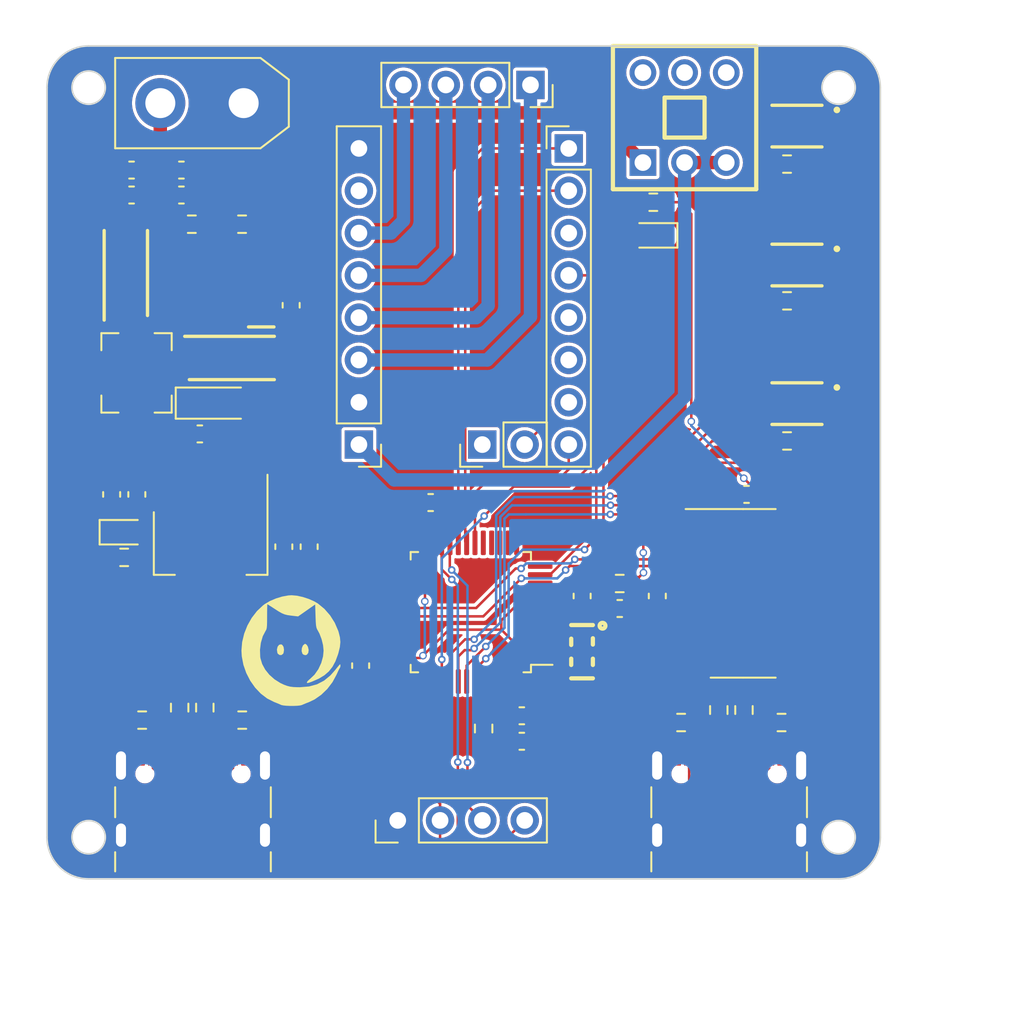
<source format=kicad_pcb>
(kicad_pcb (version 20221018) (generator pcbnew)
  (layers (0 "F.Cu" signal) (31 "B.Cu" signal) (34 "B.Paste" user) (35 "F.Paste" user) (36 "B.SilkS" user "B.Silkscreen") (37 "F.SilkS" user "F.Silkscreen") (38 "B.Mask" user) (39 "F.Mask" user) (44 "Edge.Cuts" user))
  (net 0 "")
  (net 1 "+3.3V")
  (net 2 "GND")
  (net 3 "Net-(U1-NRST)")
  (net 4 "Net-(IC1-BOOT)")
  (net 5 "VCC")
  (net 6 "+5V")
  (net 7 "/LED")
  (net 8 "Net-(D4-A)")
  (net 11 "Net-(IC1-VSENSE)")
  (net 13 "/OA2")
  (net 14 "/OA1")
  (net 15 "/OB1")
  (net 16 "/OB2")
  (net 17 "/Driver_DIR")
  (net 18 "/Driver_STP")
  (net 19 "/USART2_TX")
  (net 21 "/Driver_EN")
  (net 22 "/Driver_Diag")
  (net 23 "/OLED_SCL")
  (net 24 "/OLED_SDA")
  (net 25 "Net-(U1-PD1)")
  (net 26 "Net-(U1-PD0)")
  (net 27 "Net-(U1-BOOT0)")
  (net 28 "/KEY_1")
  (net 29 "/KEY_2")
  (net 30 "/KEY_3")
  (net 35 "/USART2_RX")
  (net 46 "/USART1_TX")
  (net 47 "/USART1_RX")
  (net 48 "/USB1_DN")
  (net 49 "/USB1_DP")
  (net 55 "Net-(U2-V3)")
  (net 56 "Net-(D2-K)")
  (net 57 "Net-(D1-A)")
  (net 63 "Net-(J5-CC1)")
  (net 64 "Net-(J5-D+-PadA6)")
  (net 65 "Net-(J5-D--PadA7)")
  (net 67 "Net-(J5-CC2)")
  (net 69 "Net-(J6-CC1)")
  (net 70 "Net-(J6-D+-PadA6)")
  (net 71 "Net-(J6-D--PadA7)")
  (net 73 "Net-(J6-CC2)")
  (net 75 "/USB_UART_DN")
  (net 76 "/USB_UART_DP")
  (net 86 "Net-(D3-K)")
  (footprint "Connector_USB:USB_C_Receptacle_GCT_USB4105-xx-A_16P_TopMnt_Horizontal" (layer "F.Cu") (at 84.6 85.75)
    (fp_text reference "J6" hide)
    (fp_text value "USB_C_Receptacle" hide)
  )
  (footprint "Package_QFP:LQFP-48_7x7mm_P0.5mm" (layer "F.Cu") (at 101.27 73.44 180)
    (fp_text reference "U1" hide)
    (fp_text value "STM32F103C8Tx" hide)
  )
  (footprint "Inductor_SMD:L_Bourns-SRN4018" (layer "F.Cu") (at 81.212 59.075 -90)
    (fp_text reference "L1" hide)
    (fp_text value "15uH" hide)
  )
  (footprint "Resistor_SMD:R_0603_1608Metric" (layer "F.Cu") (at 120.245 54.75 180)
    (fp_text reference "R6" hide)
    (fp_text value "10K" hide)
  )
  (footprint "Capacitor_SMD:C_0603_1608Metric" (layer "F.Cu") (at 80.915 46.9 180)
    (fp_text reference "C11" hide)
    (fp_text value "4.7uF" hide)
  )
  (footprint "Capacitor_Tantalum_SMD:CP_EIA-3216-10_Kemet-I" (layer "F.Cu") (at 85.875 60.89)
    (fp_text reference "C12" hide)
    (fp_text value "470uF" hide)
  )
  (footprint "Capacitor_SMD:C_0603_1608Metric" (layer "F.Cu") (at 90.49 55.015 90)
    (fp_text reference "C9" hide)
    (fp_text value "0.1uF" hide)
  )
  (footprint "SamacSys_Parts:DIOM5126X245N" (layer "F.Cu") (at 86.93 58.18)
    (fp_text reference "D2" hide)
    (fp_text value "SS54" hide)
  )
  (footprint "SamacSys_Parts:SOIC127P600X170-9N" (layer "F.Cu") (at 85.982 53.735 180)
    (fp_text reference "IC1" hide)
    (fp_text value "TPS5450DDAR" hide)
  )
  (footprint "SamacSys_Parts:CSTCE12M0G55-R0" (layer "F.Cu") (at 107.94443 75.81257 -90)
    (fp_text reference "R2" hide)
    (fp_text value "CSTCE8M00G55-R0" hide)
  )
  (footprint "Connector_PinHeader_2.54mm:PinHeader_1x04_P2.54mm_Vertical" (layer "F.Cu") (at 96.885 85.94 90)
    (fp_text reference "J4" hide)
    (fp_text value "Conn_01x04_Socket" hide)
  )
  (footprint "LED_SMD:LED_0603_1608Metric" (layer "F.Cu") (at 80.4825 68.64)
    (fp_text reference "D4" hide)
    (fp_text value "Power_LED" hide)
  )
  (footprint "Resistor_SMD:R_0603_1608Metric" (layer "F.Cu") (at 119.915 80.065 180)
    (fp_text reference "R11" hide)
    (fp_text value "5K1" hide)
  )
  (footprint "Capacitor_SMD:C_0603_1608Metric" (layer "F.Cu") (at 83.905 46.9)
    (fp_text reference "C13" hide)
    (fp_text value "4.7uF" hide)
  )
  (footprint "Resistor_SMD:R_0603_1608Metric" (layer "F.Cu") (at 84.53 50.15)
    (fp_text reference "R9" hide)
    (fp_text value "3.16K" hide)
  )
  (footprint "Resistor_SMD:R_0603_1608Metric" (layer "F.Cu") (at 116.15 79.315 -90)
    (fp_text reference "R12" hide)
    (fp_text value "22R" hide)
  )
  (footprint "Connector_PinSocket_2.54mm:PinSocket_1x04_P2.54mm_Vertical" (layer "F.Cu") (at 104.85 41.79 -90)
    (fp_text reference "J8" hide)
    (fp_text value "Conn_01x04_Socket" hide)
  )
  (footprint "Capacitor_SMD:C_0603_1608Metric" (layer "F.Cu") (at 79.72 66.37 -90)
    (fp_text reference "C16" hide)
    (fp_text value "10uF" hide)
  )
  (footprint "SamacSys_Parts:B3U-1000P" (layer "F.Cu") (at 120.84 60.92)
    (fp_text reference "S3" hide)
    (fp_text value "B3U-1000P" hide)
  )
  (footprint "Resistor_SMD:R_0603_1608Metric" (layer "F.Cu") (at 102.04 80.425 90)
    (fp_text reference "R3" hide)
    (fp_text value "22R" hide)
  )
  (footprint "Capacitor_SMD:C_0603_1608Metric" (layer "F.Cu") (at 81.23 66.37 -90)
    (fp_text reference "C17" hide)
    (fp_text value "10uF" hide)
  )
  (footprint "Userlib:SW-TH_6P-L8.6-W8.6-P2.50-LS5.4" (layer "F.Cu") (at 114.0965 43.749)
    (fp_text reference "SW1" hide)
    (fp_text value "XKB8585-Z-190" hide)
  )
  (footprint "SamacSys_Parts:DIOM5126X245N" (layer "F.Cu") (at 80.57 53.08 90)
    (fp_text reference "D3" hide)
    (fp_text value "SS54" hide)
  )
  (footprint "SamacSys_Parts:B3U-1000P" (layer "F.Cu") (at 120.84 52.6)
    (fp_text reference "S2" hide)
    (fp_text value "B3U-1000P" hide)
  )
  (footprint "Resistor_SMD:R_0603_1608Metric" (layer "F.Cu") (at 110.205 71.72 180)
    (fp_text reference "R1" hide)
    (fp_text value "10K" hide)
  )
  (footprint "Resistor_SMD:R_0603_1608Metric" (layer "F.Cu") (at 81.55 79.92)
    (fp_text reference "R15" hide)
    (fp_text value "5K1" hide)
  )
  (footprint "LED_SMD:LED_0603_1608Metric" (layer "F.Cu") (at 112.18 50.82 180)
    (fp_text reference "D1" hide)
    (fp_text value "Power_LED" hide)
  )
  (footprint "Resistor_SMD:R_0603_1608Metric" (layer "F.Cu") (at 80.47 70.15 180)
    (fp_text reference "R14" hide)
    (fp_text value "10K" hide)
  )
  (footprint "Capacitor_SMD:C_0603_1608Metric" (layer "F.Cu") (at 110.205 73.22)
    (fp_text reference "C4" hide)
    (fp_text value "0.1uF" hide)
  )
  (footprint "Connector_PinHeader_2.54mm:PinHeader_1x02_P2.54mm_Vertical" (layer "F.Cu") (at 101.96 63.38 90)
    (fp_text reference "J3" hide)
    (fp_text value "Conn_01x02_Pin" hide)
  )
  (footprint "Connector_USB:USB_C_Receptacle_GCT_USB4105-xx-A_16P_TopMnt_Horizontal" (layer "F.Cu") (at 116.77 85.75)
    (fp_text reference "J5" hide)
    (fp_text value "USB_C_Receptacle" hide)
  )
  (footprint "Capacitor_SMD:C_0603_1608Metric" (layer "F.Cu") (at 107.95 72.47 -90)
    (fp_text reference "C3" hide)
    (fp_text value "0.1uF" hide)
  )
  (footprint "Capacitor_SMD:C_0603_1608Metric" (layer "F.Cu") (at 91.57 69.51 90)
    (fp_text reference "C18" hide)
    (fp_text value "10uF" hide)
  )
  (footprint "Connector_PinHeader_2.54mm:PinHeader_1x08_P2.54mm_Vertical" (layer "F.Cu") (at 94.555 63.38 180)
    (fp_text reference "J1" hide)
    (fp_text value "Conn_01x08_Pin" hide)
  )
  (footprint "Capacitor_SMD:C_0603_1608Metric" (layer "F.Cu") (at 117.815 66.37 180)
    (fp_text reference "C8" hide)
    (fp_text value "0.1uF" hide)
  )
  (footprint "Connector_PinHeader_2.54mm:PinHeader_1x08_P2.54mm_Vertical" (layer "F.Cu") (at 107.145 45.6)
    (fp_text reference "J2" hide)
    (fp_text value "Conn_01x08_Pin" hide)
  )
  (footprint "Resistor_SMD:R_0603_1608Metric" (layer "F.Cu") (at 120.245 46.54 180)
    (fp_text reference "R5" hide)
    (fp_text value "10K" hide)
  )
  (footprint "Capacitor_SMD:C_0603_1608Metric" (layer "F.Cu") (at 94.66 76.65 90)
    (fp_text reference "C1" hide)
    (fp_text value "0.1uF" hide)
  )
  (footprint "Resistor_SMD:R_0603_1608Metric" (layer "F.Cu") (at 87.555 79.92 180)
    (fp_text reference "R16" hide)
    (fp_text value "5K1" hide)
  )
  (footprint "Userlib:Logo_Meng" (layer "F.Cu") (at 90.5 75.41)
    (fp_text reference "G***" hide)
    (fp_text value "LOGO" hide)
  )
  (footprint "Resistor_SMD:R_0603_1608Metric" (layer "F.Cu") (at 83.8 79.17 -90)
    (fp_text reference "R17" hide)
    (fp_text value "22R" hide)
  )
  (footprint "Resistor_SMD:R_0603_1608Metric" (layer "F.Cu") (at 112.22 48.83 180)
    (fp_text reference "R4" hide)
    (fp_text value "10K" hide)
  )
  (footprint "Capacitor_SMD:C_0603_1608Metric" (layer "F.Cu") (at 112.46 72.47 90)
    (fp_text reference "C7" hide)
    (fp_text value "0.1uF" hide)
  )
  (footprint "Capacitor_SMD:C_0603_1608Metric" (layer "F.Cu") (at 104.33 81.19 180)
    (fp_text reference "C6" hide)
    (fp_text value "1uF" hide)
  )
  (footprint "Package_SO:SOIC-16_3.9x9.9mm_P1.27mm" (layer "F.Cu") (at 117.61 72.31)
    (fp_text reference "U2" hide)
    (fp_text value "CH340C" hide)
  )
  (footprint "Capacitor_SMD:C_0603_1608Metric" (layer "F.Cu") (at 104.33 79.66 180)
    (fp_text reference "C2" hide)
    (fp_text value "0.1uF" hide)
  )
  (footprint "Capacitor_SMD:C_0603_1608Metric" (layer "F.Cu") (at 80.915 48.3975 180)
    (fp_text reference "C15" hide)
    (fp_text value "4.7uF" hide)
  )
  (footprint "Resistor_SMD:R_0603_1608Metric" (layer "F.Cu") (at 85.31 79.17 -90)
    (fp_text reference "R18" hide)
    (fp_text value "22R" hide)
  )
  (footprint "Resistor_SMD:R_0603_1608Metric" (layer "F.Cu") (at 120.245 63.16 180)
    (fp_text reference "R7" hide)
    (fp_text value "10K" hide)
  )
  (footprint "Capacitor_SMD:C_0603_1608Metric" (layer "F.Cu") (at 85.01 62.74)
    (fp_text reference "C10" hide)
    (fp_text value "4.7uF" hide)
  )
  (footprint "Package_TO_SOT_SMD:SOT-223-3_TabPin2" (layer "F.Cu") (at 85.66 69.29 -90)
    (fp_text reference "U3" hide)
    (fp_text value "AMS1117-3.3" hide)
  )
  (footprint "Connector_AMASS:AMASS_XT30UPB-M_1x02_P5.0mm_Vertical" (layer "F.Cu") (at 87.64 42.88 180)
    (fp_text reference "J7" hide)
    (fp_text value "Conn_01x02_Pin" hide)
  )
  (footprint "Capacitor_SMD:C_0603_1608Metric" (layer "F.Cu") (at 98.86 66.86)
    (fp_text reference "C5" hide)
    (fp_text value "0.1uF" hide)
  )
  (footprint "Capacitor_SMD:C_0603_1608Metric" (layer "F.Cu") (at 83.905 48.3975)
    (fp_text reference "C14" hide)
    (fp_text value "4.7uF" hide)
  )
  (footprint "Capacitor_SMD:C_0603_1608Metric" (layer "F.Cu") (at 90.05 69.51 90)
    (fp_text reference "C19" hide)
    (fp_text value "10uF" hide)
  )
  (footprint "Resistor_SMD:R_0603_1608Metric" (layer "F.Cu") (at 87.545 50.15)
    (fp_text reference "R8" hide)
    (fp_text value "10K" hide)
  )
  (footprint "SamacSys_Parts:B3U-1000P" (layer "F.Cu") (at 120.84 44.26)
    (fp_text reference "S1" hide)
    (fp_text value "B3U-1000P" hide)
  )
  (footprint "Resistor_SMD:R_0603_1608Metric" (layer "F.Cu") (at 117.66 79.315 -90)
    (fp_text reference "R13" hide)
    (fp_text value "22R" hide)
  )
  (footprint "Resistor_SMD:R_0603_1608Metric" (layer "F.Cu") (at 113.89 80.065)
    (fp_text reference "R10" hide)
    (fp_text value "5K1" hide)
  )
  (gr_arc (start 78.34 89.45) (mid 76.572233 88.717767) (end 75.84 86.95) (stroke (width 0.1)) (layer "Edge.Cuts"))
  (gr_circle (center 78.34 41.95) (end 79.34 41.95) (stroke (width 0.1)) (fill none) (layer "Edge.Cuts"))
  (gr_line (start 75.84 86.95) (end 75.84 41.95) (stroke (width 0.1)) (layer "Edge.Cuts"))
  (gr_arc (start 125.84 86.95) (mid 125.107767 88.717767) (end 123.34 89.45) (stroke (width 0.1)) (layer "Edge.Cuts"))
  (gr_circle (center 123.34 41.95) (end 124.34 41.95) (stroke (width 0.1)) (fill none) (layer "Edge.Cuts"))
  (gr_line (start 78.34 39.45) (end 123.34 39.45) (stroke (width 0.1)) (layer "Edge.Cuts"))
  (gr_circle (center 123.34 86.95) (end 124.34 86.95) (stroke (width 0.1)) (fill none) (layer "Edge.Cuts"))
  (gr_line (start 125.84 41.95) (end 125.84 86.95) (stroke (width 0.1)) (layer "Edge.Cuts"))
  (gr_arc (start 123.34 39.45) (mid 125.107767 40.182233) (end 125.84 41.95) (stroke (width 0.1)) (layer "Edge.Cuts"))
  (gr_line (start 123.34 89.45) (end 78.34 89.45) (stroke (width 0.1)) (layer "Edge.Cuts"))
  (gr_circle (center 78.34 86.95) (end 79.34 86.95) (stroke (width 0.1)) (fill none) (layer "Edge.Cuts"))
  (gr_arc (start 75.84 41.95) (mid 76.572233 40.182233) (end 78.34 39.45) (stroke (width 0.1)) (layer "Edge.Cuts"))
  (segment (start 107.455 72.19) (end 105.4325 72.19) (width 0.15) (layer "F.Cu") (net 1))
  (segment (start 90.05 70.285) (end 85.675 70.285) (width 0.8) (layer "F.Cu") (net 1))
  (segment (start 85.66 70.3) (end 85.66 72.44) (width 0.8) (layer "F.Cu") (net 1))
  (segment (start 108.625 71.02) (end 110.33 71.02) (width 0.15) (layer "F.Cu") (net 1))
  (segment (start 120.3 64.47) (end 121.07 63.7) (width 0.15) (layer "F.Cu") (net 1))
  (segment (start 85.66 66.14) (end 85.66 70.3) (width 0.8) (layer "F.Cu") (net 1))
  (segment (start 98.52 67.295) (end 98.52 69.2775) (width 0.15) (layer "F.Cu") (net 1))
  (segment (start 105.4325 72.19) (end 104.841447 72.19) (width 0.15) (layer "F.Cu") (net 1))
  (segment (start 105.105 79.66) (end 104.02 78.575) (width 0.15) (layer "F.Cu") (net 1))
  (segment (start 93.1 70.29) (end 91.575 70.29) (width 0.15) (layer "F.Cu") (net 1))
  (segment (start 98.52 72.7805) (end 98.51 72.7905) (width 0.15) (layer "F.Cu") (net 1))
  (segment (start 85.675 70.285) (end 85.66 70.3) (width 0.8) (layer "F.Cu") (net 1))
  (segment (start 121.07 63.7) (end 121.07 63.16) (width 0.15) (layer "F.Cu") (net 1))
  (segment (start 111.03 71.72) (end 111.03 71.6695) (width 0.15) (layer "F.Cu") (net 1))
  (segment (start 111.03 71.6695) (end 111.63 71.0695) (width 0.15) (layer "F.Cu") (net 1))
  (segment (start 121.07 54.75) (end 121.07 46.54) (width 0.15) (layer "F.Cu") (net 1))
  (segment (start 107.95 71.695) (end 107.455 72.19) (width 0.15) (layer "F.Cu") (net 1))
  (segment (start 94.66 77.425) (end 95.895 76.19) (width 0.15) (layer "F.Cu") (net 1))
  (segment (start 110.33 71.02) (end 111.03 71.72) (width 0.15) (layer "F.Cu") (net 1))
  (segment (start 98.4 76.05) (end 99.96 74.49) (width 0.15) (layer "F.Cu") (net 1))
  (segment (start 104.02 76.24) (end 105.3825 76.24) (width 0.15) (layer "F.Cu") (net 1))
  (segment (start 115.35 64.47) (end 120.3 64.47) (width 0.15) (layer "F.Cu") (net 1))
  (segment (start 121.07 63.16) (end 121.07 54.75) (width 0.15) (layer "F.Cu") (net 1))
  (segment (start 105.3825 76.24) (end 105.4325 76.19) (width 0.15) (layer "F.Cu") (net 1))
  (segment (start 104.841447 72.19) (end 103.1 73.931447) (width 0.15) (layer "F.Cu") (net 1))
  (segment (start 111.62 69.87) (end 111.62 68.2) (width 0.15) (layer "F.Cu") (net 1))
  (segment (start 98.52 69.2775) (end 94.1125 69.2775) (width 0.15) (layer "F.Cu") (net 1))
  (segment (start 103.1 74.49) (end 104.02 75.41) (width 0.15) (layer "F.Cu") (net 1))
  (segment (start 91.575 70.29) (end 91.57 70.285) (width 0.15) (layer "F.Cu") (net 1))
  (segment (start 105.105 81.19) (end 105.105 79.66) (width 0.15) (layer "F.Cu") (net 1))
  (segment (start 98.26 76.19) (end 98.4 76.05) (width 0.15) (layer "F.Cu") (net 1))
  (segment (start 111.62 68.2) (end 115.35 64.47) (width 0.15) (layer "F.Cu") (net 1))
  (segment (start 95.895 76.19) (end 97.1075 76.19) (width 0.15) (layer "F.Cu") (net 1))
  (segment (start 98.52 69.2775) (end 98.52 72.7805) (width 0.15) (layer "F.Cu") (net 1))
  (segment (start 98.085 66.86) (end 98.52 67.295) (width 0.15) (layer "F.Cu") (net 1))
  (segment (start 103.1 73.931447) (end 103.1 74.49) (width 0.15) (layer "F.Cu") (net 1))
  (segment (start 99.96 74.49) (end 103.1 74.49) (width 0.15) (layer "F.Cu") (net 1))
  (segment (start 97.1075 76.19) (end 98.26 76.19) (width 0.15) (layer "F.Cu") (net 1))
  (segment (start 94.1125 69.2775) (end 93.1 70.29) (width 0.15) (layer "F.Cu") (net 1))
  (segment (start 104.02 78.575) (end 104.02 77.6025) (width 0.15) (layer "F.Cu") (net 1))
  (segment (start 104.02 76.24) (end 104.02 77.6025) (width 0.15) (layer "F.Cu") (net 1))
  (segment (start 104.02 75.41) (end 104.02 76.24) (width 0.15) (layer "F.Cu") (net 1))
  (segment (start 91.57 70.285) (end 90.05 70.285) (width 0.8) (layer "F.Cu") (net 1))
  (segment (start 107.95 71.695) (end 108.625 71.02) (width 0.15) (layer "F.Cu") (net 1))
  (via (at 98.4 76.05) (size 0.45) (drill 0.3) (layers "F.Cu" "B.Cu") (net 1))
  (via (at 111.63 71.0695) (size 0.45) (drill 0.3) (layers "F.Cu" "B.Cu") (net 1))
  (via (at 111.62 69.87) (size 0.45) (drill 0.3) (layers "F.Cu" "B.Cu") (net 1))
  (via (at 98.51 72.7905) (size 0.45) (drill 0.3) (layers "F.Cu" "B.Cu") (net 1))
  (segment (start 98.51 72.7905) (end 98.51 75.94) (width 0.15) (layer "B.Cu") (net 1))
  (segment (start 98.51 75.94) (end 98.4 76.05) (width 0.15) (layer "B.Cu") (net 1))
  (segment (start 111.63 69.88) (end 111.62 69.87) (width 0.15) (layer "B.Cu") (net 1))
  (segment (start 111.63 71.0695) (end 111.63 69.88) (width 0.15) (layer "B.Cu") (net 1))
  (segment (start 103.555 77.6375) (end 103.52 77.6025) (width 0.15) (layer "F.Cu") (net 2))
  (segment (start 99.02 67.475) (end 99.02 69.2775) (width 0.15) (layer "F.Cu") (net 2))
  (segment (start 103.555 81.19) (end 103.555 79.66) (width 0.15) (layer "F.Cu") (net 2))
  (segment (start 116.63 66.37) (end 115.135 67.865) (width 0.15) (layer "F.Cu") (net 2))
  (segment (start 103.495 81.25) (end 103.555 81.19) (width 0.15) (layer "F.Cu") (net 2))
  (segment (start 99.635 66.86) (end 99.02 67.475) (width 0.15) (layer "F.Cu") (net 2))
  (segment (start 94.66 75.875) (end 94.845 75.69) (width 0.15) (layer "F.Cu") (net 2))
  (segment (start 117.04 66.37) (end 116.63 66.37) (width 0.15) (layer "F.Cu") (net 2))
  (segment (start 105.4325 72.69) (end 107.395 72.69) (width 0.15) (layer "F.Cu") (net 2))
  (segment (start 103.555 79.66) (end 103.555 77.6375) (width 0.15) (layer "F.Cu") (net 2))
  (segment (start 94.845 75.69) (end 97.1075 75.69) (width 0.15) (layer "F.Cu") (net 2))
  (segment (start 102.04 81.25) (end 103.495 81.25) (width 0.15) (layer "F.Cu") (net 2))
  (segment (start 107.395 72.69) (end 107.95 73.245) (width 0.15) (layer "F.Cu") (net 2))
  (segment (start 108.81 74.09) (end 109.43 73.47) (width 0.15) (layer "F.Cu") (net 3))
  (segment (start 109.38 73.17) (end 109.43 73.22) (width 0.15) (layer "F.Cu") (net 3))
  (segment (start 109.38 71.72) (end 109.38 73.17) (width 0.15) (layer "F.Cu") (net 3))
  (segment (start 106.35 73.19) (end 107.25 74.09) (width 0.15) (layer "F.Cu") (net 3))
  (segment (start 107.25 74.09) (end 108.81 74.09) (width 0.15) (layer "F.Cu") (net 3))
  (segment (start 109.43 73.47) (end 109.43 73.22) (width 0.15) (layer "F.Cu") (net 3))
  (segment (start 105.4325 73.19) (end 106.35 73.19) (width 0.15) (layer "F.Cu") (net 3))
  (segment (start 90.49 54.24) (end 89.09 55.64) (width 0.3) (layer "F.Cu") (net 4))
  (segment (start 89.09 55.64) (end 88.694 55.64) (width 0.3) (layer "F.Cu") (net 4))
  (segment (start 114.0965 46.449) (end 116.5965 46.449) (width 0.8) (layer "F.Cu") (net 5))
  (segment (start 114.0965 60.4935) (end 109.09 65.5) (width 0.8) (layer "B.Cu") (net 5))
  (segment (start 96.675 65.5) (end 94.555 63.38) (width 0.8) (layer "B.Cu") (net 5))
  (segment (start 114.0965 46.449) (end 114.0965 60.4935) (width 0.8) (layer "B.Cu") (net 5))
  (segment (start 109.09 65.5) (end 96.675 65.5) (width 0.8) (layer "B.Cu") (net 5))
  (segment (start 114.37 82.795) (end 115.215 83.64) (width 0.15) (layer "F.Cu") (net 6))
  (segment (start 100.26 88.14) (end 108.19 88.14) (width 0.15) (layer "F.Cu") (net 6))
  (segment (start 120.09 67.86) (end 121.34 67.86) (width 0.15) (layer "F.Cu") (net 6))
  (segment (start 83.36 69.68) (end 83.36 66.14) (width 0.2) (layer "F.Cu") (net 6))
  (segment (start 81.212 60.6) (end 84.235 60.6) (width 0.8) (layer "F.Cu") (net 6))
  (segment (start 115.215 83.64) (end 118.325 83.64) (width 0.15) (layer "F.Cu") (net 6))
  (segment (start 81.23 65.595) (end 82.815 65.595) (width 0.8) (layer "F.Cu") (net 6))
  (segment (start 119.17 82.795) (end 119.17 82.07) (width 0.15) (layer "F.Cu") (net 6))
  (segment (start 85.535 59.88) (end 84.525 60.89) (width 0.15) (layer "F.Cu") (net 6))
  (segment (start 118.59 66.37) (end 118.59 66.34) (width 0.15) (layer "F.Cu") (net 6))
  (segment (start 119.93 80.89) (end 119.17 81.65) (width 0.15) (layer "F.Cu") (net 6))
  (segment (start 109.63 85.43) (end 113.82 85.43) (width 0.15) (layer "F.Cu") (net 6))
  (segment (start 121.72 78.34) (end 121.43 78.63) (width 0.15) (layer "F.Cu") (net 6))
  (segment (start 82.2 82.07) (end 82.2 82.795) (width 0.15) (layer "F.Cu") (net 6))
  (segment (start 79.72 65.595) (end 81.23 65.595) (width 0.8) (layer "F.Cu") (net 6))
  (segment (start 114.5 49.54) (end 113.79 48.83) (width 0.15) (layer "F.Cu") (net 6))
  (segment (start 82.815 65.595) (end 83.36 66.14) (width 0.8) (layer "F.Cu") (net 6))
  (segment (start 89.9 59.88) (end 85.535 59.88) (width 0.15) (layer "F.Cu") (net 6))
  (segment (start 99.425 84.945) (end 99.425 85.94) (width 0.15) (layer "F.Cu") (net 6))
  (segment (start 114.37 84.88) (end 114.37 82.07) (width 0.15) (layer "F.Cu") (net 6))
  (segment (start 81.53 80.69) (end 81.53 70.385) (width 0.15) (layer "F.Cu") (net 6))
  (segment (start 91.61 58.17) (end 89.9 59.88) (width 0.15) (layer "F.Cu") (net 6))
  (segment (start 94.65 85.1) (end 95.38 84.37) (width 0.15) (layer "F.Cu") (net 6))
  (segment (start 98.85 84.37) (end 99.425 84.945) (width 0.15) (layer "F.Cu") (net 6))
  (segment (start 118.325 83.64) (end 119.17 82.795) (width 0.15) (layer "F.Cu") (net 6))
  (segment (start 86.51 83.28) (end 87 82.79) (width 0.15) (layer "F.Cu") (net 6))
  (segment (start 99.425 85.94) (end 99.425 87.305) (width 0.15) (layer "F.Cu") (net 6))
  (segment (start 84.525 60.89) (end 84.525 62.45) (width 0.8) (layer "F.Cu") (net 6))
  (segment (start 121.43 78.63) (end 120.46 78.63) (width 0.15) (layer "F.Cu") (net 6))
  (segment (start 114.5 61.99) (end 114.5 49.54) (width 0.15) (layer "F.Cu") (net 6))
  (segment (start 120.46 78.63) (end 119.93 79.16) (width 0.15) (layer "F.Cu") (net 6))
  (segment (start 108.99 86.07) (end 109.63 85.43) (width 0.15) (layer "F.Cu") (net 6))
  (segment (start 119.17 81.65) (end 119.17 82.07) (width 0.15) (layer "F.Cu") (net 6))
  (segment (start 88.37 50.15) (end 89.74 50.15) (width 0.15) (layer "F.Cu") (net 6))
  (segment (start 83.36 64.85) (end 83.36 66.14) (width 0.8) (layer "F.Cu") (net 6))
  (segment (start 87 82.79) (end 87 82.07) (width 0.15) (layer "F.Cu") (net 6))
  (segment (start 91.61 52.02) (end 91.61 58.17) (width 0.15) (layer "F.Cu") (net 6))
  (segment (start 89.74 50.15) (end 91.61 52.02) (width 0.15) (layer "F.Cu") (net 6))
  (segment (start 84.235 63.975) (end 83.36 64.85) (width 0.8) (layer "F.Cu") (net 6))
  (segment (start 82.2 82.07) (end 82.2 81.36) (width 0.15) (layer "F.Cu") (net 6))
  (segment (start 108.19 88.14) (end 108.99 87.34) (width 0.15) (layer "F.Cu") (net 6))
  (segment (start 120.085 67.865) (end 120.09 67.86) (width 0.15) (layer "F.Cu") (net 6))
  (segment (start 119.93 79.16) (end 119.93 80.89) (width 0.15) (layer "F.Cu") (net 6))
  (segment (start 84.235 60.6) (end 84.525 60.89) (width 0.8) (layer "F.Cu") (net 6))
  (segment (start 87.18 85.1) (end 94.65 85.1) (width 0.15) (layer "F.Cu") (net 6))
  (segment (start 113.79 48.83) (end 113.045 48.83) (width 0.15) (layer "F.Cu") (net 6))
  (segment (start 99.425 87.305) (end 100.26 88.14) (width 0.15) (layer "F.Cu") (net 6))
  (segment (start 84.235 62.74) (end 84.235 63.975) (width 0.8) (layer "F.Cu") (net 6))
  (segment (start 86.51 84.43) (end 87.18 85.1) (width 0.15) (layer "F.Cu") (net 6))
  (segment (start 82.685 83.28) (end 86.51 83.28) (width 0.15) (layer "F.Cu") (net 6))
  (segment (start 118.59 66.37) (end 120.085 67.865) (width 0.15) (layer "F.Cu") (net 6))
  (segment (start 121.34 67.86) (end 121.72 68.24) (width 0.15) (layer "F.Cu") (net 6))
  (segment (start 81.53 70.385) (end 81.295 70.15) (width 0.15) (layer "F.Cu") (net 6))
  (segment (start 86.51 83.28) (end 86.51 84.43) (width 0.15) (layer "F.Cu") (net 6))
  (segment (start 82.2 81.36) (end 81.53 80.69) (width 0.15) (layer "F.Cu") (net 6))
  (segment (start 118.59 66.34) (end 117.65 65.4) (width 0.15) (layer "F.Cu") (net 6))
  (segment (start 82.89 70.15) (end 83.36 69.68) (width 0.2) (layer "F.Cu") (net 6))
  (segment (start 95.38 84.37) (end 98.85 84.37) (width 0.15) (layer "F.Cu") (net 6))
  (segment (start 121.72 68.24) (end 121.72 78.34) (width 0.15) (layer "F.Cu") (net 6))
  (segment (start 84.525 62.45) (end 84.235 62.74) (width 0.8) (layer "F.Cu") (net 6))
  (segment (start 114.37 82.07) (end 114.37 82.795) (width 0.15) (layer "F.Cu") (net 6))
  (segment (start 81.295 70.15) (end 82.89 70.15) (width 0.2) (layer "F.Cu") (net 6))
  (segment (start 113.82 85.43) (end 114.37 84.88) (width 0.15) (layer "F.Cu") (net 6))
  (segment (start 82.2 82.795) (end 82.685 83.28) (width 0.15) (layer "F.Cu") (net 6))
  (segment (start 108.99 87.34) (end 108.99 86.07) (width 0.15) (layer "F.Cu") (net 6))
  (via (at 117.65 65.4) (size 0.45) (drill 0.3) (layers "F.Cu" "B.Cu") (net 6))
  (via (at 114.5 61.99) (size 0.45) (drill 0.3) (layers "F.Cu" "B.Cu") (net 6))
  (segment (start 114.5 62.25) (end 114.5 61.99) (width 0.15) (layer "B.Cu") (net 6))
  (segment (start 117.65 65.4) (end 114.5 62.25) (width 0.15) (layer "B.Cu") (net 6))
  (segment (start 112.9675 50.82) (end 109.23 54.5575) (width 0.15) (layer "F.Cu") (net 7))
  (segment (start 101.52 76.88) (end 101.52 77.6025) (width 0.15) (layer "F.Cu") (net 7))
  (segment (start 109.23 54.5575) (end 109.23 68.548532) (width 0.15) (layer "F.Cu") (net 7))
  (segment (start 102.17 76.23) (end 101.52 76.88) (width 0.15) (layer "F.Cu") (net 7))
  (segment (start 109.23 68.548532) (end 108.094266 69.684266) (width 0.15) (layer "F.Cu") (net 7))
  (via (at 102.17 76.23) (size 0.45) (drill 0.25) (layers "F.Cu" "B.Cu") (net 7))
  (via (at 108.094266 69.684266) (size 0.45) (drill 0.25) (layers "F.Cu" "B.Cu") (net 7))
  (segment (start 108.094266 69.684266) (end 104.385734 69.684266) (width 0.15) (layer "B.Cu") (net 7))
  (segment (start 103.54 74.86) (end 102.17 76.23) (width 0.15) (layer "B.Cu") (net 7))
  (segment (start 104.385734 69.684266) (end 103.54 70.53) (width 0.15) (layer "B.Cu") (net 7))
  (segment (start 103.54 70.53) (end 103.54 70.63) (width 0.15) (layer "B.Cu") (net 7))
  (segment (start 103.54 70.63) (end 103.54 74.86) (width 0.15) (layer "B.Cu") (net 7))
  (segment (start 79.645 70.15) (end 79.76 70.15) (width 0.2) (layer "F.Cu") (net 8))
  (segment (start 79.76 70.15) (end 81.27 68.64) (width 0.2) (layer "F.Cu") (net 8))
  (segment (start 86.72 50.15) (end 87.014 50.15) (width 0.3) (layer "F.Cu") (net 11))
  (segment (start 87.014 50.15) (end 88.694 51.83) (width 0.3) (layer "F.Cu") (net 11))
  (segment (start 85.355 50.15) (end 86.72 50.15) (width 0.3) (layer "F.Cu") (net 11))
  (segment (start 102.26 58.3) (end 94.555 58.3) (width 0.8) (layer "B.Cu") (net 13))
  (segment (start 104.85 55.71) (end 102.26 58.3) (width 0.8) (layer "B.Cu") (net 13))
  (segment (start 104.85 41.79) (end 104.85 55.71) (width 0.8) (layer "B.Cu") (net 13))
  (segment (start 102.31 55.04) (end 101.59 55.76) (width 0.8) (layer "B.Cu") (net 14))
  (segment (start 101.59 55.76) (end 94.555 55.76) (width 0.8) (layer "B.Cu") (net 14))
  (segment (start 102.31 41.79) (end 102.31 55.04) (width 0.8) (layer "B.Cu") (net 14))
  (segment (start 99.77 51.73) (end 98.28 53.22) (width 0.8) (layer "B.Cu") (net 15))
  (segment (start 99.77 41.79) (end 99.77 51.73) (width 0.8) (layer "B.Cu") (net 15))
  (segment (start 98.28 53.22) (end 94.555 53.22) (width 0.8) (layer "B.Cu") (net 15))
  (segment (start 97.23 41.79) (end 97.23 49.93) (width 0.8) (layer "B.Cu") (net 16))
  (segment (start 97.23 49.93) (end 96.48 50.68) (width 0.8) (layer "B.Cu") (net 16))
  (segment (start 96.48 50.68) (end 94.555 50.68) (width 0.8) (layer "B.Cu") (net 16))
  (segment (start 100.52 69.2775) (end 100.52 47.05) (width 0.15) (layer "F.Cu") (net 17))
  (segment (start 100.52 47.05) (end 101.97 45.6) (width 0.15) (layer "F.Cu") (net 17))
  (segment (start 101.97 45.6) (end 107.145 45.6) (width 0.15) (layer "F.Cu") (net 17))
  (segment (start 100.935 69.1925) (end 100.935 49.775) (width 0.15) (layer "F.Cu") (net 18))
  (segment (start 102.57 48.14) (end 107.145 48.14) (width 0.15) (layer "F.Cu") (net 18))
  (segment (start 101.02 69.2775) (end 100.935 69.1925) (width 0.15) (layer "F.Cu") (net 18))
  (segment (start 100.935 49.775) (end 102.57 48.14) (width 0.15) (layer "F.Cu") (net 18))
  (segment (start 106.023553 71.19) (end 108.8 68.413553) (width 0.15) (layer "F.Cu") (net 19))
  (segment (start 105.4325 71.19) (end 106.023553 71.19) (width 0.15) (layer "F.Cu") (net 19))
  (segment (start 108.32 53.22) (end 107.145 53.22) (width 0.15) (layer "F.Cu") (net 19))
  (segment (start 108.8 68.413553) (end 108.8 53.7) (width 0.15) (layer "F.Cu") (net 19))
  (segment (start 108.8 53.7) (end 108.32 53.22) (width 0.15) (layer "F.Cu") (net 19))
  (segment (start 107.145 64.865) (end 107.145 63.38) (width 0.15) (layer "F.Cu") (net 21))
  (segment (start 107.145 62.895) (end 107.145 63.38) (width 0.15) (layer "F.Cu") (net 21))
  (segment (start 106.54 65.47) (end 107.145 64.865) (width 0.15) (layer "F.Cu") (net 21))
  (segment (start 102.32 65.47) (end 106.54 65.47) (width 0.15) (layer "F.Cu") (net 21))
  (segment (start 101.52 66.27) (end 102.32 65.47) (width 0.15) (layer "F.Cu") (net 21))
  (segment (start 101.52 69.2775) (end 101.52 66.27) (width 0.15) (layer "F.Cu") (net 21))
  (segment (start 105.8 62.08) (end 104.5 63.38) (width 0.15) (layer "F.Cu") (net 22))
  (segment (start 99.53 76.28) (end 99.53 77.5925) (width 0.15) (layer "F.Cu") (net 22))
  (segment (start 107.87 62.08) (end 105.8 62.08) (width 0.15) (layer "F.Cu") (net 22))
  (segment (start 108.32 62.53) (end 107.87 62.08) (width 0.15) (layer "F.Cu") (net 22))
  (segment (start 99.53 77.5925) (end 99.52 77.6025) (width 0.15) (layer "F.Cu") (net 22))
  (segment (start 104.5 63.38) (end 104.5 64.16) (width 0.15) (layer "F.Cu") (net 22))
  (segment (start 107.17 65.9) (end 108.32 64.75) (width 0.15) (layer "F.Cu") (net 22))
  (segment (start 108.32 64.75) (end 108.32 62.53) (width 0.15) (layer "F.Cu") (net 22))
  (segment (start 103.84 65.9) (end 107.17 65.9) (width 0.15) (layer "F.Cu") (net 22))
  (segment (start 102.07 67.67) (end 103.84 65.9) (width 0.15) (layer "F.Cu") (net 22))
  (via (at 99.53 76.28) (size 0.45) (drill 0.25) (layers "F.Cu" "B.Cu") (net 22))
  (via (at 102.07 67.67) (size 0.45) (drill 0.25) (layers "F.Cu" "B.Cu") (net 22))
  (segment (start 102.07 67.67) (end 99.53 70.21) (width 0.15) (layer "B.Cu") (net 22))
  (segment (start 99.53 70.21) (end 99.53 76.28) (width 0.15) (layer "B.Cu") (net 22))
  (segment (start 101.07 85.045) (end 101.07 82.46) (width 0.15) (layer "F.Cu") (net 23))
  (segment (start 101.965 85.94) (end 101.07 85.045) (width 0.15) (layer "F.Cu") (net 23))
  (segment (start 100.122079 70.907099) (end 100.01 70.79502) (width 0.15) (layer "F.Cu") (net 23))
  (segment (start 100.01 69.2875) (end 100.02 69.2775) (width 0.15) (layer "F.Cu") (net 23))
  (segment (start 100.01 70.79502) (end 100.01 69.2875) (width 0.15) (layer "F.Cu") (net 23))
  (via (at 101.07 82.46) (size 0.45) (drill 0.25) (layers "F.Cu" "B.Cu") (net 23))
  (via (at 100.122079 70.907099) (size 0.45) (drill 0.25) (layers "F.Cu" "B.Cu") (net 23))
  (segment (start 101.07 82.46) (end 101.07 71.85502) (width 0.15) (layer "B.Cu") (net 23))
  (segment (start 101.07 71.85502) (end 100.122079 70.907099) (width 0.15) (layer "B.Cu") (net 23))
  (segment (start 104.505 85.94) (end 103.145 87.3) (width 0.15) (layer "F.Cu") (net 24))
  (segment (start 100.13 71.48) (end 99.52 70.87) (width 0.15) (layer "F.Cu") (net 24))
  (segment (start 103.145 87.3) (end 101.1 87.3) (width 0.15) (layer "F.Cu") (net 24))
  (segment (start 100.49 86.69) (end 100.49 82.44) (width 0.15) (layer "F.Cu") (net 24))
  (segment (start 99.52 70.87) (end 99.52 69.2775) (width 0.15) (layer "F.Cu") (net 24))
  (segment (start 101.1 87.3) (end 100.49 86.69) (width 0.15) (layer "F.Cu") (net 24))
  (via (at 100.49 82.44) (size 0.45) (drill 0.25) (layers "F.Cu" "B.Cu") (net 24))
  (via (at 100.13 71.48) (size 0.45) (drill 0.25) (layers "F.Cu" "B.Cu") (net 24))
  (segment (start 100.49 82.44) (end 100.49 71.84) (width 0.15) (layer "B.Cu") (net 24))
  (segment (start 100.49 71.84) (end 100.13 71.48) (width 0.15) (layer "B.Cu") (net 24))
  (segment (start 106.2 73.69) (end 105.4325 73.69) (width 0.15) (layer "F.Cu") (net 25))
  (segment (start 107.12257 74.61257) (end 106.2 73.69) (width 0.15) (layer "F.Cu") (net 25))
  (segment (start 107.94443 74.61257) (end 107.12257 74.61257) (width 0.15) (layer "F.Cu") (net 25))
  (segment (start 106.21 74.19) (end 105.4325 74.19) (width 0.15) (layer "F.Cu") (net 26))
  (segment (start 107.94443 77.01257) (end 107.09443 77.01257) (width 0.15) (layer "F.Cu") (net 26))
  (segment (start 107.09443 77.01257) (end 106.58 76.49814) (width 0.15) (layer "F.Cu") (net 26))
  (segment (start 106.58 74.56) (end 106.21 74.19) (width 0.15) (layer "F.Cu") (net 26))
  (segment (start 106.58 76.49814) (end 106.58 74.56) (width 0.15) (layer "F.Cu") (net 26))
  (segment (start 102.04 79.6) (end 102.04 77.6225) (width 0.15) (layer "F.Cu") (net 27))
  (segment (start 102.04 77.6225) (end 102.02 77.6025) (width 0.15) (layer "F.Cu") (net 27))
  (segment (start 100.56 75.44) (end 100.93 75.07) (width 0.15) (layer "F.Cu") (net 28))
  (segment (start 100.02 75.98) (end 100.56 75.44) (width 0.15) (layer "F.Cu") (net 28))
  (segment (start 119.42 46.54) (end 119.14 46.26) (width 0.15) (layer "F.Cu") (net 28))
  (segment (start 110.89 66.47) (end 115.13 62.23) (width 0.15) (layer "F.Cu") (net 28))
  (segment (start 100.93 75.07) (end 101.4695 75.07) (width 0.15) (layer "F.Cu") (net 28))
  (segment (start 115.13 50.83) (end 119.42 46.54) (width 0.15) (layer "F.Cu") (net 28))
  (segment (start 115.13 62.23) (end 115.13 50.83) (width 0.15) (layer "F.Cu") (net 28))
  (segment (start 109.63 66.47) (end 110.89 66.47) (width 0.15) (layer "F.Cu") (net 28))
  (segment (start 100.02 77.6025) (end 100.02 75.98) (width 0.15) (layer "F.Cu") (net 28))
  (segment (start 119.14 46.26) (end 119.14 44.26) (width 0.15) (layer "F.Cu") (net 28))
  (via (at 101.4695 75.07) (size 0.45) (drill 0.25) (layers "F.Cu" "B.Cu") (net 28))
  (via (at 109.63 66.47) (size 0.45) (drill 0.25) (layers "F.Cu" "B.Cu") (net 28))
  (segment (start 102.79 67.62) (end 102.79 73.7495) (width 0.15) (layer "B.Cu") (net 28))
  (segment (start 109.63 66.47) (end 109.57 66.53) (width 0.15) (layer "B.Cu") (net 28))
  (segment (start 103.88 66.53) (end 102.79 67.62) (width 0.15) (layer "B.Cu") (net 28))
  (segment (start 109.57 66.53) (end 103.88 66.53) (width 0.15) (layer "B.Cu") (net 28))
  (segment (start 102.79 73.7495) (end 101.4695 75.07) (width 0.15) (layer "B.Cu") (net 28))
  (segment (start 115.68 62.45) (end 111.110936 67.019064) (width 0.15) (layer "F.Cu") (net 29))
  (segment (start 115.68 56.27) (end 115.68 62.45) (width 0.15) (layer "F.Cu") (net 29))
  (segment (start 118.1 55.61) (end 116.34 55.61) (width 0.15) (layer "F.Cu") (net 29))
  (segment (start 100.9 75.72) (end 101.3695 75.72) (width 0.15) (layer "F.Cu") (net 29))
  (segment (start 119.42 54.75) (end 119.14 54.47) (width 0.15) (layer "F.Cu") (net 29))
  (segment (start 111.110936 67.019064) (end 109.651963 67.019064) (width 0.15) (layer "F.Cu") (net 29))
  (segment (start 116.34 55.61) (end 115.68 56.27) (width 0.15) (layer "F.Cu") (net 29))
  (segment (start 118.96 54.75) (end 118.1 55.61) (width 0.15) (layer "F.Cu") (net 29))
  (segment (start 100.52 76.1) (end 100.9 75.72) (width 0.15) (layer "F.Cu") (net 29))
  (segment (start 119.14 54.47) (end 119.14 52.6) (width 0.15) (layer "F.Cu") (net 29))
  (segment (start 101.3695 75.72) (end 101.4695 75.62) (width 0.15) (layer "F.Cu") (net 29))
  (segment (start 119.42 54.75) (end 118.96 54.75) (width 0.15) (layer "F.Cu") (net 29))
  (segment (start 100.52 77.6025) (end 100.52 76.1) (width 0.15) (layer "F.Cu") (net 29))
  (via (at 109.651963 67.019064) (size 0.45) (drill 0.25) (layers "F.Cu" "B.Cu") (net 29))
  (via (at 101.4695 75.62) (size 0.45) (drill 0.25) (layers "F.Cu" "B.Cu") (net 29))
  (segment (start 101.485186 75.62) (end 103.04 74.065186) (width 0.15) (layer "B.Cu") (net 29))
  (segment (start 103.75 67.03) (end 109.57 67.03) (width 0.15) (layer "B.Cu") (net 29))
  (segment (start 109.57 67.03) (end 109.64 66.96) (width 0.15) (layer "B.Cu") (net 29))
  (segment (start 101.4695 75.62) (end 101.485186 75.62) (width 0.15) (layer "B.Cu") (net 29))
  (segment (start 103.04 74.065186) (end 103.04 67.723554) (width 0.15) (layer "B.Cu") (net 29))
  (segment (start 103.04 67.723554) (end 103.741777 67.021777) (width 0.15) (layer "B.Cu") (net 29))
  (segment (start 103.741777 67.021777) (end 103.75 67.03) (width 0.15) (layer "B.Cu") (net 29))
  (segment (start 111.35161 67.56839) (end 109.638009 67.56839) (width 0.15) (layer "F.Cu") (net 30))
  (segment (start 101.02 77.6025) (end 101.02 76.650166) (width 0.15) (layer "F.Cu") (net 30))
  (segment (start 119.42 63.16) (end 119.14 62.88) (width 0.15) (layer "F.Cu") (net 30))
  (segment (start 119.41 63.17) (end 115.75 63.17) (width 0.15) (layer "F.Cu") (net 30))
  (segment (start 101.02 76.650166) (end 102.170083 75.500083) (width 0.15) (layer "F.Cu") (net 30))
  (segment (start 115.75 63.17) (end 111.35161 67.56839) (width 0.15) (layer "F.Cu") (net 30))
  (segment (start 119.42 63.16) (end 119.41 63.17) (width 0.15) (layer "F.Cu") (net 30))
  (segment (start 119.14 62.88) (end 119.14 60.92) (width 0.15) (layer "F.Cu") (net 30))
  (via (at 109.638009 67.56839) (size 0.45) (drill 0.25) (layers "F.Cu" "B.Cu") (net 30))
  (via (at 102.170083 75.500083) (size 0.45) (drill 0.25) (layers "F.Cu" "B.Cu") (net 30))
  (segment (start 103.29 67.827108) (end 103.547108 67.57) (width 0.15) (layer "B.Cu") (net 30))
  (segment (start 103.547108 67.57) (end 104.57 67.57) (width 0.15) (layer "B.Cu") (net 30))
  (segment (start 102.170083 75.500083) (end 103.29 74.380166) (width 0.15) (layer "B.Cu") (net 30))
  (segment (start 104.57 67.57) (end 104.57161 67.56839) (width 0.15) (layer "B.Cu") (net 30))
  (segment (start 103.29 74.380166) (end 103.29 67.827108) (width 0.15) (layer "B.Cu") (net 30))
  (segment (start 104.57161 67.56839) (end 109.638009 67.56839) (width 0.15) (layer "B.Cu") (net 30))
  (segment (start 97.1075 73.19) (end 101.59 73.19) (width 0.15) (layer "F.Cu") (net 46))
  (segment (start 101.59 73.19) (end 103.49 71.29) (width 0.15) (layer "F.Cu") (net 46))
  (segment (start 107.507673 70.27086) (end 115.00086 70.27086) (width 0.15) (layer "F.Cu") (net 46))
  (segment (start 115.00086 70.27086) (end 115.135 70.405) (width 0.15) (layer "F.Cu") (net 46))
  (segment (start 103.49 71.29) (end 103.96 70.82) (width 0.15) (layer "F.Cu") (net 46))
  (segment (start 103.96 70.82) (end 104.29 70.82) (width 0.15) (layer "F.Cu") (net 46))
  (via (at 104.29 70.82) (size 0.45) (drill 0.25) (layers "F.Cu" "B.Cu") (net 46))
  (via (at 107.507673 70.27086) (size 0.45) (drill 0.25) (layers "F.Cu" "B.Cu") (net 46))
  (segment (start 104.6 70.51) (end 107.268533 70.51) (width 0.15) (layer "B.Cu") (net 46))
  (segment (start 107.268533 70.51) (end 107.507673 70.27086) (width 0.15) (layer "B.Cu") (net 46))
  (segment (start 104.29 70.82) (end 104.6 70.51) (width 0.15) (layer "B.Cu") (net 46))
  (segment (start 115.135 69.135) (end 116.275 69.135) (width 0.15) (layer "F.Cu") (net 47))
  (segment (start 116.74 69.6) (end 116.74 70.82) (width 0.15) (layer "F.Cu") (net 47))
  (segment (start 102.02 73.69) (end 97.1075 73.69) (width 0.15) (layer "F.Cu") (net 47))
  (segment (start 104.3 71.41) (end 102.02 73.69) (width 0.15) (layer "F.Cu") (net 47))
  (segment (start 116.73 70.83) (end 116.44 71.12) (width 0.15) (layer "F.Cu") (net 47))
  (segment (start 107.2 70.67) (end 106.96 70.91) (width 0.15) (layer "F.Cu") (net 47))
  (segment (start 113.64 70.67) (end 107.4 70.67) (width 0.15) (layer "F.Cu") (net 47))
  (segment (start 116.275 69.135) (end 116.74 69.6) (width 0.15) (layer "F.Cu") (net 47))
  (segment (start 116.44 71.12) (end 114.09 71.12) (width 0.15) (layer "F.Cu") (net 47))
  (segment (start 114.09 71.12) (end 113.64 70.67) (width 0.15) (layer "F.Cu") (net 47))
  (segment (start 116.74 70.82) (end 116.73 70.83) (width 0.15) (layer "F.Cu") (net 47))
  (segment (start 107.4 70.67) (end 107.2 70.67) (width 0.15) (layer "F.Cu") (net 47))
  (via (at 106.96 70.91) (size 0.45) (drill 0.25) (layers "F.Cu" "B.Cu") (net 47))
  (via (at 104.3 71.41) (size 0.45) (drill 0.25) (layers "F.Cu" "B.Cu") (net 47))
  (segment (start 106.46 71.41) (end 104.3 71.41) (width 0.15) (layer "B.Cu") (net 47))
  (segment (start 106.96 70.91) (end 106.46 71.41) (width 0.15) (layer "B.Cu") (net 47))
  (segment (start 84.38 77.052499) (end 84.38 75.482512) (width 0.15) (layer "F.Cu") (net 48))
  (segment (start 85.552512 74.31) (end 96 74.31) (width 0.15) (layer "F.Cu") (net 48))
  (segment (start 96.11 74.2) (end 97.0975 74.2) (width 0.15) (layer "F.Cu") (net 48))
  (segment (start 97.0975 74.2) (end 97.1075 74.19) (width 0.15) (layer "F.Cu") (net 48))
  (segment (start 96 74.31) (end 96.11 74.2) (width 0.15) (layer "F.Cu") (net 48))
  (segment (start 83.8 78.345) (end 83.8 77.632499) (width 0.15) (layer "F.Cu") (net 48))
  (segment (start 84.38 75.482512) (end 85.552512 74.31) (width 0.15) (layer "F.Cu") (net 48))
  (segment (start 83.8 77.632499) (end 84.38 77.052499) (width 0.15) (layer "F.Cu") (net 48))
  (segment (start 84.73 77.052499) (end 84.73 75.627488) (width 0.15) (layer "F.Cu") (net 49))
  (segment (start 85.797488 74.56) (end 95.98 74.56) (width 0.15) (layer "F.Cu") (net 49))
  (segment (start 85.31 77.632499) (end 84.73 77.052499) (width 0.15) (layer "F.Cu") (net 49))
  (segment (start 95.98 74.56) (end 96.11 74.69) (width 0.15) (layer "F.Cu") (net 49))
  (segment (start 96.11 74.69) (end 97.1075 74.69) (width 0.15) (layer "F.Cu") (net 49))
  (segment (start 85.31 78.345) (end 85.31 77.632499) (width 0.15) (layer "F.Cu") (net 49))
  (segment (start 84.73 75.627488) (end 85.797488 74.56) (width 0.15) (layer "F.Cu") (net 49))
  (segment (start 112.635 73.245) (end 114.205 71.675) (width 0.15) (layer "F.Cu") (net 55))
  (segment (start 114.205 71.675) (end 115.135 71.675) (width 0.15) (layer "F.Cu") (net 55))
  (segment (start 112.46 73.245) (end 112.635 73.245) (width 0.15) (layer "F.Cu") (net 55))
  (segment (start 90.49 55.79) (end 89.56 56.72) (width 0.3) (layer "F.Cu") (net 56))
  (segment (start 84.25 57.55) (end 84.88 58.18) (width 0.8) (layer "F.Cu") (net 56))
  (segment (start 81.212 57.55) (end 84.25 57.55) (width 0.8) (layer "F.Cu") (net 56))
  (segment (start 83.27 55.64) (end 83.122 55.64) (width 0.8) (layer "F.Cu") (net 56))
  (segment (start 83.122 55.64) (end 81.212 57.55) (width 0.8) (layer "F.Cu") (net 56))
  (segment (start 86.17 56.72) (end 84.88 58.01) (width 0.3) (layer "F.Cu") (net 56))
  (segment (start 89.56 56.72) (end 86.17 56.72) (width 0.3) (layer "F.Cu") (net 56))
  (segment (start 84.88 58.01) (end 84.88 58.18) (width 0.3) (layer "F.Cu") (net 56))
  (segment (start 111.395 48.83) (end 111.395 50.8175) (width 0.15) (layer "F.Cu") (net 57))
  (segment (start 111.395 50.8175) (end 111.3925 50.82) (width 0.15) (layer "F.Cu") (net 57))
  (segment (start 114.715 80.065) (end 115.52 80.87) (width 0.15) (layer "F.Cu") (net 63))
  (segment (start 115.52 80.87) (end 115.52 82.07) (width 0.15) (layer "F.Cu") (net 63))
  (segment (start 117.52 80.28) (end 117.52 82.07) (width 0.15) (layer "F.Cu") (net 64))
  (segment (start 117.52 82.795) (end 117.52 82.07) (width 0.15) (layer "F.Cu") (net 64))
  (segment (start 116.725 83) (end 117.315 83) (width 0.15) (layer "F.Cu") (net 64))
  (segment (start 116.52 82.07) (end 116.52 82.795) (width 0.15) (layer "F.Cu") (net 64))
  (segment (start 116.52 82.795) (end 116.725 83) (width 0.15) (layer "F.Cu") (net 64))
  (segment (start 117.66 80.14) (end 117.52 80.28) (width 0.15) (layer "F.Cu") (net 64))
  (segment (start 117.315 83) (end 117.52 82.795) (width 0.15) (layer "F.Cu") (net 64))
  (segment (start 116.15 80.14) (end 116.02 80.27) (width 0.15) (layer "F.Cu") (net 65))
  (segment (start 116 82.07) (end 116 81.41) (width 0.15) (layer "F.Cu") (net 65))
  (segment (start 116 81.41) (end 116.22 81.19) (width 0.15) (layer "F.Cu") (net 65))
  (segment (start 116.22 81.19) (end 116.865 81.19) (width 0.15) (layer "F.Cu") (net 65))
  (segment (start 116.02 80.27) (end 116.02 82.07) (width 0.15) (layer "F.Cu") (net 65))
  (segment (start 117.02 81.345) (end 117.02 82.07) (width 0.15) (layer "F.Cu") (net 65))
  (segment (start 116.02 82.07) (end 116 82.07) (width 0.15) (layer "F.Cu") (net 65))
  (segment (start 116.865 81.19) (end 117.02 81.345) (width 0.15) (layer "F.Cu") (net 65))
  (segment (start 119.09 80.065) (end 118.52 80.635) (width 0.15) (layer "F.Cu") (net 67))
  (segment (start 118.52 80.635) (end 118.52 82.07) (width 0.15) (layer "F.Cu") (net 67))
  (segment (start 83.35 80.895) (end 83.35 82.07) (width 0.15) (layer "F.Cu") (net 69))
  (segment (start 82.375 79.92) (end 83.35 80.895) (width 0.15) (layer "F.Cu") (net 69))
  (segment (start 84.35 82.795) (end 84.585 83.03) (width 0.15) (layer "F.Cu") (net 70))
  (segment (start 85.35 80.035) (end 85.35 82.07) (width 0.15) (layer "F.Cu") (net 70))
  (segment (start 84.585 83.03) (end 85.115 83.03) (width 0.15) (layer "F.Cu") (net 70))
  (segment (start 84.35 82.07) (end 84.35 82.795) (width 0.15) (layer "F.Cu") (net 70))
  (segment (start 85.115 83.03) (end 85.35 82.795) (width 0.15) (layer "F.Cu") (net 70))
  (segment (start 85.35 82.795) (end 85.35 82.07) (width 0.15) (layer "F.Cu") (net 70))
  (segment (start 85.31 79.995) (end 85.35 80.035) (width 0.15) (layer "F.Cu") (net 70))
  (segment (start 84.615 81.11) (end 84.85 81.345) (width 0.15) (layer "F.Cu") (net 71))
  (segment (start 83.8 79.995) (end 83.85 80.045) (width 0.15) (layer "F.Cu") (net 71))
  (segment (start 83.85 82.07) (end 83.85 81.345) (width 0.15) (layer "F.Cu") (net 71))
  (segment (start 83.85 80.045) (end 83.85 82.07) (width 0.15) (layer "F.Cu") (net 71))
  (segment (start 84.85 81.345) (end 84.85 82.07) (width 0.15) (layer "F.Cu") (net 71))
  (segment (start 83.85 81.345) (end 84.085 81.11) (width 0.15) (layer "F.Cu") (net 71))
  (segment (start 84.085 81.11) (end 84.615 81.11) (width 0.15) (layer "F.Cu") (net 71))
  (segment (start 86.73 79.92) (end 86.35 80.3) (width 0.15) (layer "F.Cu") (net 73))
  (segment (start 86.35 80.3) (end 86.35 82.07) (width 0.15) (layer "F.Cu") (net 73))
  (segment (start 116.68 77.885) (end 116.68 75.126397) (width 0.2) (layer "F.Cu") (net 75))
  (segment (start 116.15 78.415) (end 116.68 77.885) (width 0.2) (layer "F.Cu") (net 75))
  (segment (start 116.15 78.49) (end 116.15 78.415) (width 0.2) (layer "F.Cu") (net 75))
  (segment (start 115.768603 74.215) (end 115.135 74.215) (width 0.2) (layer "F.Cu") (net 75))
  (segment (start 116.68 75.126397) (end 115.768603 74.215) (width 0.2) (layer "F.Cu") (net 75))
  (segment (start 116.41 73.878604) (end 116.146396 73.615) (width 0.2) (layer "F.Cu") (net 76))
  (segment (start 117.66 78.49) (end 117.66 78.415) (width 0.2) (layer "F.Cu") (net 76))
  (segment (start 117.66 78.415) (end 117.13 77.885) (width 0.2) (layer "F.Cu") (net 76))
  (segment (start 117.13 74.94) (end 116.41 74.22) (width 0.2) (layer "F.Cu") (net 76))
  (segment (start 116.146396 73.615) (end 115.805 73.615) (width 0.2) (layer "F.Cu") (net 76))
  (segment (start 116.41 74.22) (end 116.41 73.878604) (width 0.2) (layer "F.Cu") (net 76))
  (segment (start 117.13 77.885) (end 117.13 74.94) (width 0.2) (layer "F.Cu") (net 76))
  (segment (start 115.805 73.615) (end 115.135 72.945) (width 0.2) (layer "F.Cu") (net 76))
  (segment (start 81.69 46.9575) (end 83.13 48.3975) (width 0.6) (layer "F.Cu") (net 86))
  (segment (start 82.64 46.41) (end 83.13 46.9) (width 0.8) (layer "F.Cu") (net 86))
  (segment (start 82.4525 54.37) (end 83.27 54.37) (width 0.6) (layer "F.Cu") (net 86))
  (segment (start 81.69 48.3975) (end 82.0075 48.715) (width 0.6) (layer "F.Cu") (net 86))
  (segment (start 81.69 46.9) (end 81.69 48.3975) (width 0.6) (layer "F.Cu") (net 86))
  (segment (start 82.66 45.47) (end 82.64 45.45) (width 0.8) (layer "F.Cu") (net 86))
  (segment (start 83.13 46.9) (end 83.13 48.3975) (width 0.8) (layer "F.Cu") (net 86))
  (segment (start 81.69 46.9) (end 83.13 46.9) (width 0.6) (layer "F.Cu") (net 86))
  (segment (start 82.64 42.88) (end 82.64 45.45) (width 0.8) (layer "F.Cu") (net 86))
  (segment (start 92.24 43.46) (end 90.23 45.47) (width 0.8) (layer "F.Cu") (net 86))
  (segment (start 82.64 45.45) (end 82.64 45.95) (width 0.8) (layer "F.Cu") (net 86))
  (segment (start 83.13 46.9575) (end 81.69 48.3975) (width 0.8) (layer "F.Cu") (net 86))
  (segment (start 82.64 42.88) (end 82.64 46.41) (width 0.8) (layer "F.Cu") (net 86))
  (segment (start 81.69 48.3975) (end 83.13 48.3975) (width 0.6) (layer "F.Cu") (net 86))
  (segment (start 82.0075 53.925) (end 82.4525 54.37) (width 0.6) (layer "F.Cu") (net 86))
  (segment (start 81.69 46.9) (end 81.69 46.9575) (width 0.6) (layer "F.Cu") (net 86))
  (segment (start 80.57 55.13) (end 80.57 55.0475) (width 0.8) (layer "F.Cu") (net 86))
  (segment (start 108.6075 43.46) (end 92.24 43.46) (width 0.8) (layer "F.Cu") (net 86))
  (segment (start 111.5965 46.449) (end 108.6075 43.46) (width 0.8) (layer "F.Cu") (net 86))
  (segment (start 90.23 45.47) (end 82.66 45.47) (width 0.8) (layer "F.Cu") (net 86))
  (segment (start 80.57 55.13) (end 80.8025 55.13) (width 0.8) (layer "F.Cu") (net 86))
  (segment (start 82.64 45.95) (end 81.69 46.9) (width 0.8) (layer "F.Cu") (net 86))
  (segment (start 83.13 46.9) (end 83.13 46.9575) (width 0.8) (layer "F.Cu") (net 86))
  (segment (start 82.0075 48.715) (end 82.0075 53.925) (width 0.6) (layer "F.Cu") (net 86))
  (segment (start 80.8025 55.13) (end 82.0075 53.925) (width 0.8) (layer "F.Cu") (net 86))
  (zone (net 2) (net_name "GND") (layers "F&B.Cu") (connect_pads yes (clearance 0.1)) (min_thickness 0.1) (fill yes (thermal_gap 0.1) (thermal_bridge_width 0.1))
    (polygon (pts (xy 73.56 36.69) (xy 131.57 36.69) (xy 134.48 93.72) (xy 73.02 97.5)))
  )
)
</source>
